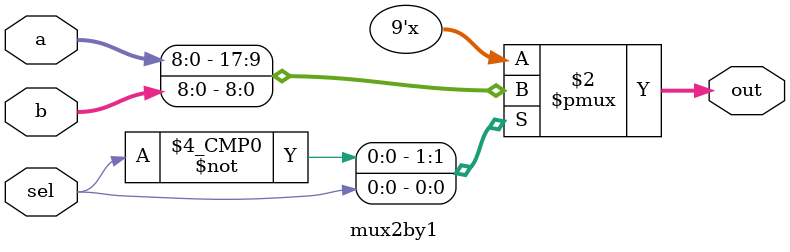
<source format=v>
module mux2by1 #(
   parameter N=9
) (
    input [N-1:0] a,b, input  sel , output reg [N-1:0]  out
);
    always @(*) begin
        case (sel)
            1'b0: out = a;
            1'b1: out = b;
            default:  out = 0;
        endcase
        
    end
endmodule

</source>
